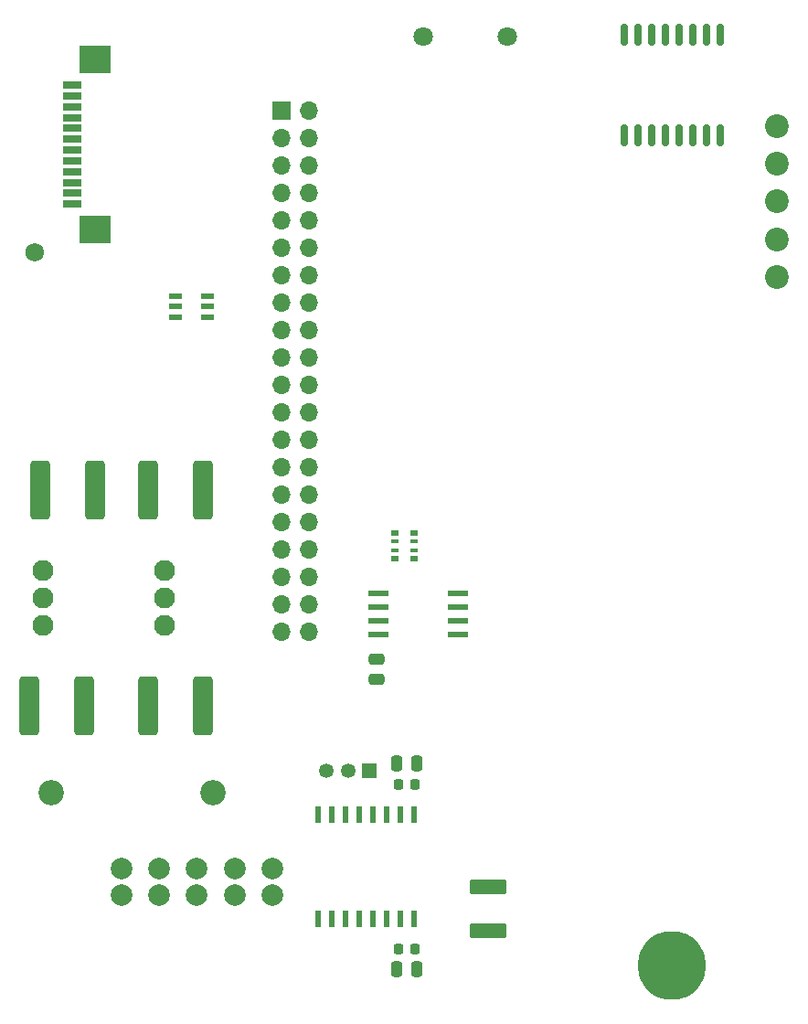
<source format=gbr>
%TF.GenerationSoftware,KiCad,Pcbnew,9.0.1*%
%TF.CreationDate,2025-04-28T14:14:31+03:00*%
%TF.ProjectId,PM_CPU-RP,504d5f43-5055-42d5-9250-2e6b69636164,rev?*%
%TF.SameCoordinates,Original*%
%TF.FileFunction,Soldermask,Top*%
%TF.FilePolarity,Negative*%
%FSLAX46Y46*%
G04 Gerber Fmt 4.6, Leading zero omitted, Abs format (unit mm)*
G04 Created by KiCad (PCBNEW 9.0.1) date 2025-04-28 14:14:31*
%MOMM*%
%LPD*%
G01*
G04 APERTURE LIST*
G04 Aperture macros list*
%AMRoundRect*
0 Rectangle with rounded corners*
0 $1 Rounding radius*
0 $2 $3 $4 $5 $6 $7 $8 $9 X,Y pos of 4 corners*
0 Add a 4 corners polygon primitive as box body*
4,1,4,$2,$3,$4,$5,$6,$7,$8,$9,$2,$3,0*
0 Add four circle primitives for the rounded corners*
1,1,$1+$1,$2,$3*
1,1,$1+$1,$4,$5*
1,1,$1+$1,$6,$7*
1,1,$1+$1,$8,$9*
0 Add four rect primitives between the rounded corners*
20,1,$1+$1,$2,$3,$4,$5,0*
20,1,$1+$1,$4,$5,$6,$7,0*
20,1,$1+$1,$6,$7,$8,$9,0*
20,1,$1+$1,$8,$9,$2,$3,0*%
G04 Aperture macros list end*
%ADD10R,0.800000X0.500000*%
%ADD11R,0.800000X0.400000*%
%ADD12RoundRect,0.250000X-0.475000X0.250000X-0.475000X-0.250000X0.475000X-0.250000X0.475000X0.250000X0*%
%ADD13O,6.350000X6.350000*%
%ADD14R,1.181100X0.558800*%
%ADD15C,2.200000*%
%ADD16C,1.800000*%
%ADD17RoundRect,0.250000X-0.650000X-2.450000X0.650000X-2.450000X0.650000X2.450000X-0.650000X2.450000X0*%
%ADD18O,1.700000X1.700000*%
%ADD19R,1.700000X1.700000*%
%ADD20R,0.482600X1.549400*%
%ADD21C,1.950000*%
%ADD22R,1.803400X0.635000*%
%ADD23R,2.997200X2.590800*%
%ADD24R,1.350000X1.350000*%
%ADD25C,1.350000*%
%ADD26RoundRect,0.250000X0.250000X0.475000X-0.250000X0.475000X-0.250000X-0.475000X0.250000X-0.475000X0*%
%ADD27C,1.725000*%
%ADD28RoundRect,0.225000X0.225000X0.250000X-0.225000X0.250000X-0.225000X-0.250000X0.225000X-0.250000X0*%
%ADD29R,1.828800X0.533400*%
%ADD30RoundRect,0.150000X-0.150000X0.875000X-0.150000X-0.875000X0.150000X-0.875000X0.150000X0.875000X0*%
%ADD31C,2.000000*%
%ADD32C,2.350000*%
%ADD33RoundRect,0.249999X1.450001X-0.450001X1.450001X0.450001X-1.450001X0.450001X-1.450001X-0.450001X0*%
G04 APERTURE END LIST*
D10*
%TO.C,RN2*%
X-3670000Y-8350000D03*
D11*
X-3670000Y-7550000D03*
X-3670000Y-6750000D03*
D10*
X-3670000Y-5950000D03*
X-1870000Y-5950000D03*
D11*
X-1870000Y-6750000D03*
X-1870000Y-7550000D03*
D10*
X-1870000Y-8350000D03*
%TD*%
D12*
%TO.C,C4*%
X-5310000Y-17630000D03*
X-5310000Y-19530000D03*
%TD*%
D13*
%TO.C,PE1*%
X22000000Y-46000000D03*
%TD*%
D14*
%TO.C,U7*%
X-21033150Y14049999D03*
X-21033150Y15000000D03*
X-21033150Y15950001D03*
X-23966850Y15950001D03*
X-23966850Y15000000D03*
X-23966850Y14049999D03*
%TD*%
D15*
%TO.C,J2*%
X31750000Y17750000D03*
X31750000Y21250000D03*
X31750000Y24750000D03*
X31750000Y28250000D03*
X31750000Y31750000D03*
%TD*%
D16*
%TO.C,J1*%
X6750000Y40000000D03*
X-1000000Y40000000D03*
%TD*%
D17*
%TO.C,C3*%
X-36550000Y-2000000D03*
X-31450000Y-2000000D03*
%TD*%
D18*
%TO.C,D1*%
X-11590000Y33170000D03*
D19*
X-14130000Y33170000D03*
D18*
X-11590000Y30630000D03*
X-14130000Y30630000D03*
X-11590000Y28090000D03*
X-14130000Y28090000D03*
X-11590000Y25550000D03*
X-14130000Y25550000D03*
X-11590000Y23010000D03*
X-14130000Y23010000D03*
X-11590000Y20470000D03*
X-14130000Y20470000D03*
X-11590000Y17930000D03*
X-14130000Y17930000D03*
X-11590000Y15390000D03*
X-14130000Y15390000D03*
X-11590000Y12850000D03*
X-14130000Y12850000D03*
X-11590000Y10310000D03*
X-14130000Y10310000D03*
X-11590000Y7770000D03*
X-14130000Y7770000D03*
X-11590000Y5230000D03*
X-14130000Y5230000D03*
X-11590000Y2690000D03*
X-14130000Y2690000D03*
X-11590000Y150000D03*
X-14130000Y150000D03*
X-11590000Y-2390000D03*
X-14130000Y-2390000D03*
X-11590000Y-4930000D03*
X-14130000Y-4930000D03*
X-11590000Y-7470000D03*
X-14130000Y-7470000D03*
X-11590000Y-10010000D03*
X-14130000Y-10010000D03*
X-11590000Y-12550000D03*
X-14130000Y-12550000D03*
X-11590000Y-15090000D03*
X-14130000Y-15090000D03*
%TD*%
D17*
%TO.C,C6*%
X-26550000Y-2000000D03*
X-21450000Y-2000000D03*
%TD*%
D20*
%TO.C,U4*%
X-1905000Y-32004000D03*
X-3175000Y-32004000D03*
X-4445000Y-32004000D03*
X-5715000Y-32004000D03*
X-6985000Y-32004000D03*
X-8255000Y-32004000D03*
X-9525000Y-32004000D03*
X-10795000Y-32004000D03*
X-10795000Y-41656000D03*
X-9525000Y-41656000D03*
X-8255000Y-41656000D03*
X-6985000Y-41656000D03*
X-5715000Y-41656000D03*
X-4445000Y-41656000D03*
X-3175000Y-41656000D03*
X-1905000Y-41656000D03*
%TD*%
D21*
%TO.C,J5*%
X-25000000Y-14540000D03*
X-25000000Y-12000000D03*
X-25000000Y-9460000D03*
%TD*%
D22*
%TO.C,J7*%
X-33556000Y24500008D03*
X-33556000Y25500006D03*
X-33556000Y26500004D03*
X-33556000Y27500002D03*
X-33556000Y28500000D03*
X-33556000Y29500000D03*
X-33556000Y30500000D03*
X-33556000Y31500000D03*
X-33556000Y32499998D03*
X-33556000Y33499996D03*
X-33556000Y34499994D03*
X-33556000Y35499992D03*
D23*
X-31385999Y22149997D03*
X-31385999Y37850003D03*
%TD*%
D24*
%TO.C,J11*%
X-6000000Y-28000000D03*
D25*
X-8000000Y-28000000D03*
X-10000000Y-28000000D03*
%TD*%
D26*
%TO.C,C10*%
X-1590000Y-46355000D03*
X-3490000Y-46355000D03*
%TD*%
%TO.C,C12*%
X-1590000Y-27305000D03*
X-3490000Y-27305000D03*
%TD*%
D21*
%TO.C,J4*%
X-36235000Y-14540000D03*
X-36235000Y-12000000D03*
X-36235000Y-9460000D03*
%TD*%
D27*
%TO.C,U2*%
X-37000000Y20000000D03*
%TD*%
D28*
%TO.C,C9*%
X-1765000Y-44450000D03*
X-3315000Y-44450000D03*
%TD*%
D17*
%TO.C,C5*%
X-26550000Y-22000000D03*
X-21450000Y-22000000D03*
%TD*%
D29*
%TO.C,U3*%
X2195700Y-15405000D03*
X2195700Y-14135000D03*
X2195700Y-12865000D03*
X2195700Y-11595000D03*
X-5195700Y-11595000D03*
X-5195700Y-12865000D03*
X-5195700Y-14135000D03*
X-5195700Y-15405000D03*
%TD*%
D17*
%TO.C,C2*%
X-37550000Y-22000000D03*
X-32450000Y-22000000D03*
%TD*%
D30*
%TO.C,U6*%
X26445000Y40150000D03*
X25175000Y40150000D03*
X23905000Y40150000D03*
X22635000Y40150000D03*
X21365000Y40150000D03*
X20095000Y40150000D03*
X18825000Y40150000D03*
X17555000Y40150000D03*
X17555000Y30850000D03*
X18825000Y30850000D03*
X20095000Y30850000D03*
X21365000Y30850000D03*
X22635000Y30850000D03*
X23905000Y30850000D03*
X25175000Y30850000D03*
X26445000Y30850000D03*
%TD*%
D31*
%TO.C,J3*%
X-29000000Y-37000000D03*
X-25500000Y-37000000D03*
X-22000000Y-37000000D03*
X-18500000Y-37000000D03*
X-15000000Y-37000000D03*
X-29000000Y-39500000D03*
X-25500000Y-39500000D03*
X-22000000Y-39500000D03*
X-18500000Y-39500000D03*
X-15000000Y-39500000D03*
%TD*%
D28*
%TO.C,C11*%
X-1765000Y-29210000D03*
X-3315000Y-29210000D03*
%TD*%
D32*
%TO.C,U1*%
X-20500000Y-30000000D03*
X-35500000Y-30000000D03*
%TD*%
D33*
%TO.C,C1*%
X5000000Y-42800000D03*
X5000000Y-38700000D03*
%TD*%
M02*

</source>
